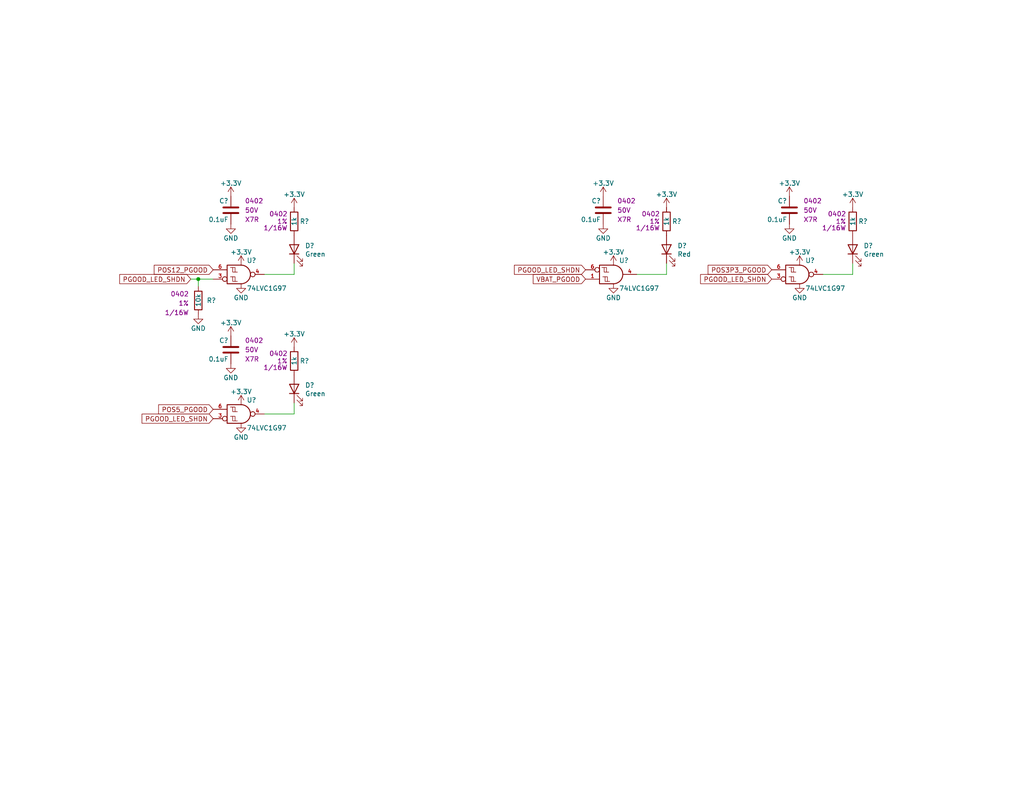
<source format=kicad_sch>
(kicad_sch (version 20230121) (generator eeschema)
  (paper "A")
  (title_block (date "2023-05-12") (rev "PRELIM") (company "Drew Maatman"))
  (lib_symbols
    (symbol "Custom_Library:74LVC1G97_Power_AND_INV" (pin_names (offset 1.016) hide)
      (property "Reference" "U" (at 1.524 3.81 0))
      (property "Value" "Custom_Library_74LVC1G97_Power_AND_INV" (at 1.524 -3.81 0))
      (symbol "74LVC1G97_Power_AND_INV_1_1"
        (arc (start 0 -2.54) (mid 2.529 0) (end 0 2.54) (stroke (width 0.254)))
        (polyline (pts (xy -2.54 1.905) (xy -1.905 1.905) (xy -1.905 0.635)))
        (polyline (pts (xy -2.286 -0.635) (xy -1.651 -0.635) (xy -1.651 -1.905)))
        (polyline (pts (xy -3.175 1.905) (xy -2.54 1.905) (xy -2.54 0.635) (xy -1.27 0.635)))
        (polyline (pts (xy -2.921 -0.635) (xy -2.286 -0.635) (xy -2.286 -1.905) (xy -1.016 -1.905)))
        (polyline (pts (xy 0 -2.54) (xy -3.81 -2.54) (xy -3.81 2.54) (xy 0 2.54)) (stroke (width 0.254)))
        (pin input line (at -7.62 -1.27 0) (length 3.81) (name "~") (number "1"))
        (pin power_in line (at 0 -2.54 270) (length 0) (name "GND") (number "2"))
        (pin power_in line (at 0 -2.54 270) (length 0) (name "GND") (number "3"))
        (pin output line (at 6.35 0 180) (length 3.81) (name "~") (number "4"))
        (pin power_in line (at 0 2.54 90) (length 0) (name "VCC") (number "5"))
        (pin input inverted (at -7.62 1.27 0) (length 3.81) (name "~") (number "6"))
      )
    )
    (symbol "Custom_Library:74LVC1G97_Power_NAND_INV" (pin_names (offset 1.016) hide)
      (property "Reference" "U" (at 1.524 3.81 0))
      (property "Value" "Custom_Library_74LVC1G97_Power_NAND_INV" (at 1.524 -3.81 0))
      (symbol "74LVC1G97_Power_NAND_INV_1_1"
        (arc (start 0 -2.54) (mid 2.529 0) (end 0 2.54) (stroke (width 0.254)))
        (polyline (pts (xy -2.286 -0.635) (xy -1.651 -0.635) (xy -1.651 -1.905)))
        (polyline (pts (xy -2.286 1.905) (xy -1.651 1.905) (xy -1.651 0.635)))
        (polyline (pts (xy -2.921 -0.635) (xy -2.286 -0.635) (xy -2.286 -1.905) (xy -1.016 -1.905)))
        (polyline (pts (xy -2.921 1.905) (xy -2.286 1.905) (xy -2.286 0.635) (xy -1.016 0.635)))
        (polyline (pts (xy 0 -2.54) (xy -3.81 -2.54) (xy -3.81 2.54) (xy 0 2.54)) (stroke (width 0.254)))
        (pin power_in line (at 0 2.54 90) (length 0) (name "VCC") (number "1"))
        (pin power_in line (at 0 -2.54 270) (length 0) (name "GND") (number "2"))
        (pin input inverted (at -7.62 -1.27 0) (length 3.81) (name "~") (number "3"))
        (pin output inverted (at 6.35 0 180) (length 3.81) (name "~") (number "4"))
        (pin power_in line (at 0 2.54 90) (length 0) (name "VCC") (number "5"))
        (pin input line (at -7.62 1.27 0) (length 3.81) (name "~") (number "6"))
      )
    )
    (symbol "Custom_Library:C_Custom" (pin_numbers hide) (pin_names (offset 0.254))
      (property "Reference" "C" (at 0.635 2.54 0))
      (property "Value" "Custom_Library_C_Custom" (at 0.635 -2.54 0))
      (property "display_footprint" "Foot" (at -3.81 2.54 0))
      (property "Voltage" "V" (at -3.81 0 0))
      (property "Dielectric" "Er" (at -3.81 -2.54 0))
      (symbol "C_Custom_0_1"
        (polyline (pts (xy -2.032 -0.762) (xy 2.032 -0.762)) (stroke (width 0.508)))
        (polyline (pts (xy -2.032 0.762) (xy 2.032 0.762)) (stroke (width 0.508)))
      )
      (symbol "C_Custom_1_1"
        (pin passive line (at 0 3.81 270) (length 2.794) (name "~") (number "1"))
        (pin passive line (at 0 -3.81 90) (length 2.794) (name "~") (number "2"))
      )
    )
    (symbol "Custom_Library:R_Custom" (pin_numbers hide) (pin_names (offset 1.016) hide)
      (property "Reference" "R" (at -2.54 0 90))
      (property "Value" "Custom_Library_R_Custom" (at 0 0 90))
      (property "display_footprint" "Foot" (at 2.54 0 90))
      (property "Tolerance" "Tol" (at 5.08 0 90))
      (property "Wattage" "W" (at 7.62 0 90))
      (symbol "R_Custom_0_1"
        (rectangle (start 1.016 2.54) (end -1.016 -2.54) (stroke (width 0.254)))
      )
      (symbol "R_Custom_1_1"
        (pin passive line (at 0 3.81 270) (length 1.27) (name "1") (number "1"))
        (pin passive line (at 0 -3.81 90) (length 1.27) (name "2") (number "2"))
      )
    )
    (symbol "Device:LED" (pin_numbers hide) (pin_names (offset 1.016) hide)
      (property "Reference" "D" (at 0 2.54 0))
      (property "Value" "LED" (at 0 -2.54 0))
      (symbol "LED_0_1"
        (polyline (pts (xy -1.27 -1.27) (xy -1.27 1.27)) (stroke (width 0.254)))
        (polyline (pts (xy -1.27 0) (xy 1.27 0)))
        (polyline (pts (xy 1.27 -1.27) (xy 1.27 1.27) (xy -1.27 0) (xy 1.27 -1.27)) (stroke (width 0.254)))
        (polyline (pts (xy -3.048 -0.762) (xy -4.572 -2.286) (xy -3.81 -2.286) (xy -4.572 -2.286) (xy -4.572 -1.524)))
        (polyline (pts (xy -1.778 -0.762) (xy -3.302 -2.286) (xy -2.54 -2.286) (xy -3.302 -2.286) (xy -3.302 -1.524)))
      )
      (symbol "LED_1_1"
        (pin passive line (at -3.81 0 0) (length 2.54) (name "K") (number "1"))
        (pin passive line (at 3.81 0 180) (length 2.54) (name "A") (number "2"))
      )
    )
    (symbol "power:+3.3V" (power) (pin_names (offset 0))
      (property "Value" "+3.3V" (at 0 3.556 0))
      (symbol "+3.3V_0_1"
        (polyline (pts (xy -0.762 1.27) (xy 0 2.54)))
        (polyline (pts (xy 0 0) (xy 0 2.54)))
        (polyline (pts (xy 0 2.54) (xy 0.762 1.27)))
      )
      (symbol "+3.3V_1_1"
        (pin power_in line (at 0 0 90) (length 0) hide (name "+3.3V") (number "1"))
      )
    )
    (symbol "power:GND" (power) (pin_names (offset 0))
      (property "Value" "GND" (at 0 -3.81 0))
      (symbol "GND_0_1"
        (polyline (pts (xy 0 0) (xy 0 -1.27) (xy 1.27 -1.27) (xy 0 -2.54) (xy -1.27 -1.27) (xy 0 -1.27)))
      )
      (symbol "GND_1_1"
        (pin power_in line (at 0 0 270) (length 0) hide (name "GND") (number "1"))
      )
    )
  )
  (junction (at 54.102 76.2))
  (wire (pts (xy 173.736 74.93) (xy 181.864 74.93)))
  (wire (pts (xy 232.664 74.93) (xy 232.664 71.882)))
  (wire (pts (xy 181.864 74.93) (xy 181.864 71.882)))
  (wire (pts (xy 58.166 76.2) (xy 54.102 76.2)))
  (wire (pts (xy 52.07 76.2) (xy 54.102 76.2)))
  (wire (pts (xy 72.136 74.93) (xy 80.264 74.93)))
  (wire (pts (xy 80.264 74.93) (xy 80.264 71.882)))
  (wire (pts (xy 80.264 113.03) (xy 80.264 109.982)))
  (wire (pts (xy 72.136 113.03) (xy 80.264 113.03)))
  (wire (pts (xy 224.536 74.93) (xy 232.664 74.93)))
  (wire (pts (xy 54.102 76.2) (xy 54.102 78.232)))
  (global_label "POS12_PGOOD" (shape input) (at 58.166 73.66 180) (property "Intersheetrefs" "${INTERSHEET_REFS}" (effects hide)))
  (global_label "PGOOD_LED_SHDN" (shape input) (at 52.07 76.2 180) (property "Intersheetrefs" "${INTERSHEET_REFS}" (effects hide)))
  (global_label "PGOOD_LED_SHDN" (shape input) (at 210.566 76.2 180) (property "Intersheetrefs" "${INTERSHEET_REFS}" (effects hide)))
  (global_label "POS5_PGOOD" (shape input) (at 58.166 111.76 180) (property "Intersheetrefs" "${INTERSHEET_REFS}" (effects hide)))
  (global_label "PGOOD_LED_SHDN" (shape input) (at 58.166 114.3 180) (property "Intersheetrefs" "${INTERSHEET_REFS}" (effects hide)))
  (global_label "POS3P3_PGOOD" (shape input) (at 210.566 73.66 180) (property "Intersheetrefs" "${INTERSHEET_REFS}" (effects hide)))
  (global_label "VBAT_PGOOD" (shape input) (at 159.766 76.2 180) (property "Intersheetrefs" "${INTERSHEET_REFS}" (effects hide)))
  (global_label "PGOOD_LED_SHDN" (shape input) (at 159.766 73.66 180) (property "Intersheetrefs" "${INTERSHEET_REFS}" (effects hide)))
  (symbol (lib_id "Custom_Library:C_Custom") (at 62.992 95.504 0) (mirror y) (unit 1)
    (property "Reference" "C?" (at 62.357 92.964 0) (effects (justify left)))
    (property "Value" "0.1uF" (at 62.357 98.044 0) (effects (justify left)))
    (property "Footprint" "Capacitors_SMD:C_0402" (effects hide))
    (property "Digi-Key PN" "490-10698-1-ND" (effects hide))
    (property "display_footprint" "0402" (at 66.802 92.964 0) (effects (justify right)))
    (property "Voltage" "50V" (at 66.802 95.504 0) (effects (justify right)))
    (property "Dielectric" "X7R" (at 66.802 98.044 0) (effects (justify right)))
  )
  (symbol (lib_id "power:GND") (at 62.992 61.214 0) (unit 1)
    (property "Reference" "#PWR?" (effects hide))
    (property "Value" "GND" (at 62.992 65.024 0))
  )
  (symbol (lib_id "power:+3.3V") (at 80.264 94.742 0) (unit 1)
    (property "Reference" "#PWR?" (effects hide))
    (property "Value" "+3.3V" (at 80.264 91.186 0))
  )
  (symbol (lib_id "power:+3.3V") (at 164.592 53.594 0) (unit 1)
    (property "Reference" "#PWR?" (effects hide))
    (property "Value" "+3.3V" (at 164.592 50.038 0))
  )
  (symbol (lib_id "power:+3.3V") (at 65.786 110.49 0) (unit 1)
    (property "Reference" "#PWR?" (effects hide))
    (property "Value" "+3.3V" (at 65.786 106.934 0))
  )
  (symbol (lib_id "Custom_Library:R_Custom") (at 181.864 60.452 0) (mirror y) (unit 1)
    (property "Reference" "R?" (at 183.388 60.452 0) (effects (justify right)))
    (property "Value" "1k" (at 181.864 60.452 90))
    (property "Footprint" "Resistors_SMD:R_0402" (effects hide))
    (property "display_footprint" "0402" (at 180.086 58.42 0) (effects (justify left)))
    (property "Tolerance" "1%" (at 180.086 60.452 0) (effects (justify left)))
    (property "Wattage" "1/16W" (at 180.086 62.23 0) (effects (justify left)))
    (property "Digi-Key PN" "RMCF0402FT1K00CT-ND" (effects hide))
  )
  (symbol (lib_id "Custom_Library:74LVC1G97_Power_NAND_INV") (at 218.186 74.93 0) (unit 1)
    (property "Reference" "U?" (at 219.71 71.12 0) (effects (justify left)))
    (property "Value" "74LVC1G97" (at 219.71 78.74 0) (effects (justify left)))
    (property "Footprint" "Package_TO_SOT_SMD:SOT-363_SC-70-6" (effects hide))
    (property "Datasheet" "http://www.ti.com/lit/ds/symlink/sn74lvc1g97.pdf" (effects hide))
    (property "Digi-Key PN" "1727-1772-1-ND" (effects hide))
  )
  (symbol (lib_id "power:+3.3V") (at 167.386 72.39 0) (unit 1)
    (property "Reference" "#PWR?" (effects hide))
    (property "Value" "+3.3V" (at 167.386 68.834 0))
  )
  (symbol (lib_id "Custom_Library:C_Custom") (at 164.592 57.404 0) (mirror y) (unit 1)
    (property "Reference" "C?" (at 163.957 54.864 0) (effects (justify left)))
    (property "Value" "0.1uF" (at 163.957 59.944 0) (effects (justify left)))
    (property "Footprint" "Capacitors_SMD:C_0402" (effects hide))
    (property "Digi-Key PN" "490-10698-1-ND" (effects hide))
    (property "display_footprint" "0402" (at 168.402 54.864 0) (effects (justify right)))
    (property "Voltage" "50V" (at 168.402 57.404 0) (effects (justify right)))
    (property "Dielectric" "X7R" (at 168.402 59.944 0) (effects (justify right)))
  )
  (symbol (lib_id "power:+3.3V") (at 181.864 56.642 0) (unit 1)
    (property "Reference" "#PWR?" (effects hide))
    (property "Value" "+3.3V" (at 181.864 53.086 0))
  )
  (symbol (lib_id "power:+3.3V") (at 215.392 53.594 0) (unit 1)
    (property "Reference" "#PWR?" (effects hide))
    (property "Value" "+3.3V" (at 215.392 50.038 0))
  )
  (symbol (lib_id "power:+3.3V") (at 65.786 72.39 0) (unit 1)
    (property "Reference" "#PWR?" (effects hide))
    (property "Value" "+3.3V" (at 65.786 68.834 0))
  )
  (symbol (lib_id "Custom_Library:R_Custom") (at 80.264 60.452 0) (mirror y) (unit 1)
    (property "Reference" "R?" (at 81.788 60.452 0) (effects (justify right)))
    (property "Value" "1k" (at 80.264 60.452 90))
    (property "Footprint" "Resistors_SMD:R_0402" (effects hide))
    (property "display_footprint" "0402" (at 78.486 58.42 0) (effects (justify left)))
    (property "Tolerance" "1%" (at 78.486 60.452 0) (effects (justify left)))
    (property "Wattage" "1/16W" (at 78.486 62.23 0) (effects (justify left)))
    (property "Digi-Key PN" "RMCF0402FT1K00CT-ND" (effects hide))
  )
  (symbol (lib_id "power:GND") (at 215.392 61.214 0) (unit 1)
    (property "Reference" "#PWR?" (effects hide))
    (property "Value" "GND" (at 215.392 65.024 0))
  )
  (symbol (lib_id "Device:LED") (at 181.864 68.072 90) (unit 1)
    (property "Reference" "D?" (at 184.8358 67.0814 90) (effects (justify right)))
    (property "Value" "Red" (at 184.8358 69.3928 90) (effects (justify right)))
    (property "Footprint" "LEDs:LED_0402" (effects hide))
    (property "Digi-Key PN" "1497-1174-1-ND" (effects hide))
  )
  (symbol (lib_id "Custom_Library:R_Custom") (at 54.102 82.042 0) (mirror y) (unit 1)
    (property "Reference" "R?" (at 56.388 82.042 0) (effects (justify right)))
    (property "Value" "10k" (at 54.102 83.82 90) (effects (justify left)))
    (property "Footprint" "Resistors_SMD:R_0402" (effects hide))
    (property "display_footprint" "0402" (at 51.562 80.264 0) (effects (justify left)))
    (property "Tolerance" "1%" (at 51.562 82.804 0) (effects (justify left)))
    (property "Wattage" "1/16W" (at 51.562 85.344 0) (effects (justify left)))
    (property "Digi-Key PN" "RMCF0402FT10K0CT-ND" (effects hide))
  )
  (symbol (lib_id "Custom_Library:R_Custom") (at 232.664 60.452 0) (mirror y) (unit 1)
    (property "Reference" "R?" (at 234.188 60.452 0) (effects (justify right)))
    (property "Value" "1k" (at 232.664 60.452 90))
    (property "Footprint" "Resistors_SMD:R_0402" (effects hide))
    (property "display_footprint" "0402" (at 230.886 58.42 0) (effects (justify left)))
    (property "Tolerance" "1%" (at 230.886 60.452 0) (effects (justify left)))
    (property "Wattage" "1/16W" (at 230.886 62.23 0) (effects (justify left)))
    (property "Digi-Key PN" "RMCF0402FT1K00CT-ND" (effects hide))
  )
  (symbol (lib_id "power:+3.3V") (at 218.186 72.39 0) (unit 1)
    (property "Reference" "#PWR?" (effects hide))
    (property "Value" "+3.3V" (at 218.186 68.834 0))
  )
  (symbol (lib_id "power:GND") (at 65.786 115.57 0) (unit 1)
    (property "Reference" "#PWR?" (effects hide))
    (property "Value" "GND" (at 65.786 119.38 0))
  )
  (symbol (lib_id "power:+3.3V") (at 62.992 91.694 0) (unit 1)
    (property "Reference" "#PWR?" (effects hide))
    (property "Value" "+3.3V" (at 62.992 88.138 0))
  )
  (symbol (lib_id "Device:LED") (at 80.264 68.072 90) (unit 1)
    (property "Reference" "D?" (at 83.2358 67.0814 90) (effects (justify right)))
    (property "Value" "Green" (at 83.2358 69.3928 90) (effects (justify right)))
    (property "Footprint" "LEDs:LED_0402" (effects hide))
    (property "Digi-Key PN" "1497-1219-1-ND" (effects hide))
  )
  (symbol (lib_id "Custom_Library:C_Custom") (at 215.392 57.404 0) (mirror y) (unit 1)
    (property "Reference" "C?" (at 214.757 54.864 0) (effects (justify left)))
    (property "Value" "0.1uF" (at 214.757 59.944 0) (effects (justify left)))
    (property "Footprint" "Capacitors_SMD:C_0402" (effects hide))
    (property "Digi-Key PN" "490-10698-1-ND" (effects hide))
    (property "display_footprint" "0402" (at 219.202 54.864 0) (effects (justify right)))
    (property "Voltage" "50V" (at 219.202 57.404 0) (effects (justify right)))
    (property "Dielectric" "X7R" (at 219.202 59.944 0) (effects (justify right)))
  )
  (symbol (lib_id "power:GND") (at 218.186 77.47 0) (unit 1)
    (property "Reference" "#PWR?" (effects hide))
    (property "Value" "GND" (at 218.186 81.28 0))
  )
  (symbol (lib_id "Device:LED") (at 232.664 68.072 90) (unit 1)
    (property "Reference" "D?" (at 235.6358 67.0814 90) (effects (justify right)))
    (property "Value" "Green" (at 235.6358 69.3928 90) (effects (justify right)))
    (property "Footprint" "LEDs:LED_0402" (effects hide))
    (property "Digi-Key PN" "1497-1219-1-ND" (effects hide))
  )
  (symbol (lib_id "Custom_Library:74LVC1G97_Power_NAND_INV") (at 65.786 113.03 0) (unit 1)
    (property "Reference" "U?" (at 67.31 109.22 0) (effects (justify left)))
    (property "Value" "74LVC1G97" (at 67.31 116.84 0) (effects (justify left)))
    (property "Footprint" "Package_TO_SOT_SMD:SOT-363_SC-70-6" (effects hide))
    (property "Datasheet" "http://www.ti.com/lit/ds/symlink/sn74lvc1g97.pdf" (effects hide))
    (property "Digi-Key PN" "1727-1772-1-ND" (effects hide))
  )
  (symbol (lib_id "Device:LED") (at 80.264 106.172 90) (unit 1)
    (property "Reference" "D?" (at 83.2358 105.1814 90) (effects (justify right)))
    (property "Value" "Green" (at 83.2358 107.4928 90) (effects (justify right)))
    (property "Footprint" "LEDs:LED_0402" (effects hide))
    (property "Digi-Key PN" "1497-1219-1-ND" (effects hide))
  )
  (symbol (lib_id "Custom_Library:C_Custom") (at 62.992 57.404 0) (mirror y) (unit 1)
    (property "Reference" "C?" (at 62.357 54.864 0) (effects (justify left)))
    (property "Value" "0.1uF" (at 62.357 59.944 0) (effects (justify left)))
    (property "Footprint" "Capacitors_SMD:C_0402" (effects hide))
    (property "Digi-Key PN" "490-10698-1-ND" (effects hide))
    (property "display_footprint" "0402" (at 66.802 54.864 0) (effects (justify right)))
    (property "Voltage" "50V" (at 66.802 57.404 0) (effects (justify right)))
    (property "Dielectric" "X7R" (at 66.802 59.944 0) (effects (justify right)))
  )
  (symbol (lib_id "Custom_Library:R_Custom") (at 80.264 98.552 0) (mirror y) (unit 1)
    (property "Reference" "R?" (at 81.788 98.552 0) (effects (justify right)))
    (property "Value" "1k" (at 80.264 98.552 90))
    (property "Footprint" "Resistors_SMD:R_0402" (effects hide))
    (property "display_footprint" "0402" (at 78.486 96.52 0) (effects (justify left)))
    (property "Tolerance" "1%" (at 78.486 98.552 0) (effects (justify left)))
    (property "Wattage" "1/16W" (at 78.486 100.33 0) (effects (justify left)))
    (property "Digi-Key PN" "RMCF0402FT1K00CT-ND" (effects hide))
  )
  (symbol (lib_id "power:GND") (at 62.992 99.314 0) (unit 1)
    (property "Reference" "#PWR?" (effects hide))
    (property "Value" "GND" (at 62.992 103.124 0))
  )
  (symbol (lib_id "power:+3.3V") (at 80.264 56.642 0) (unit 1)
    (property "Reference" "#PWR?" (effects hide))
    (property "Value" "+3.3V" (at 80.264 53.086 0))
  )
  (symbol (lib_id "power:+3.3V") (at 232.664 56.642 0) (unit 1)
    (property "Reference" "#PWR?" (effects hide))
    (property "Value" "+3.3V" (at 232.664 53.086 0))
  )
  (symbol (lib_id "power:GND") (at 54.102 85.852 0) (unit 1)
    (property "Reference" "#PWR?" (effects hide))
    (property "Value" "GND" (at 54.102 89.662 0))
  )
  (symbol (lib_id "power:GND") (at 65.786 77.47 0) (unit 1)
    (property "Reference" "#PWR?" (effects hide))
    (property "Value" "GND" (at 65.786 81.28 0))
  )
  (symbol (lib_id "Custom_Library:74LVC1G97_Power_NAND_INV") (at 65.786 74.93 0) (unit 1)
    (property "Reference" "U?" (at 67.31 71.12 0) (effects (justify left)))
    (property "Value" "74LVC1G97" (at 67.31 78.74 0) (effects (justify left)))
    (property "Footprint" "Package_TO_SOT_SMD:SOT-363_SC-70-6" (effects hide))
    (property "Datasheet" "http://www.ti.com/lit/ds/symlink/sn74lvc1g97.pdf" (effects hide))
    (property "Digi-Key PN" "1727-1772-1-ND" (effects hide))
  )
  (symbol (lib_id "power:+3.3V") (at 62.992 53.594 0) (unit 1)
    (property "Reference" "#PWR?" (effects hide))
    (property "Value" "+3.3V" (at 62.992 50.038 0))
  )
  (symbol (lib_id "power:GND") (at 167.386 77.47 0) (unit 1)
    (property "Reference" "#PWR?" (effects hide))
    (property "Value" "GND" (at 167.386 81.28 0))
  )
  (symbol (lib_id "Custom_Library:74LVC1G97_Power_AND_INV") (at 167.386 74.93 0) (unit 1)
    (property "Reference" "U?" (at 168.91 71.12 0) (effects (justify left)))
    (property "Value" "74LVC1G97" (at 168.91 78.74 0) (effects (justify left)))
    (property "Footprint" "Package_TO_SOT_SMD:SOT-363_SC-70-6" (effects hide))
    (property "Datasheet" "http://www.ti.com/lit/ds/symlink/sn74lvc1g97.pdf" (effects hide))
    (property "Digi-Key PN" "1727-1772-1-ND" (effects hide))
  )
  (symbol (lib_id "power:GND") (at 164.592 61.214 0) (unit 1)
    (property "Reference" "#PWR?" (effects hide))
    (property "Value" "GND" (at 164.592 65.024 0))
  )
)
</source>
